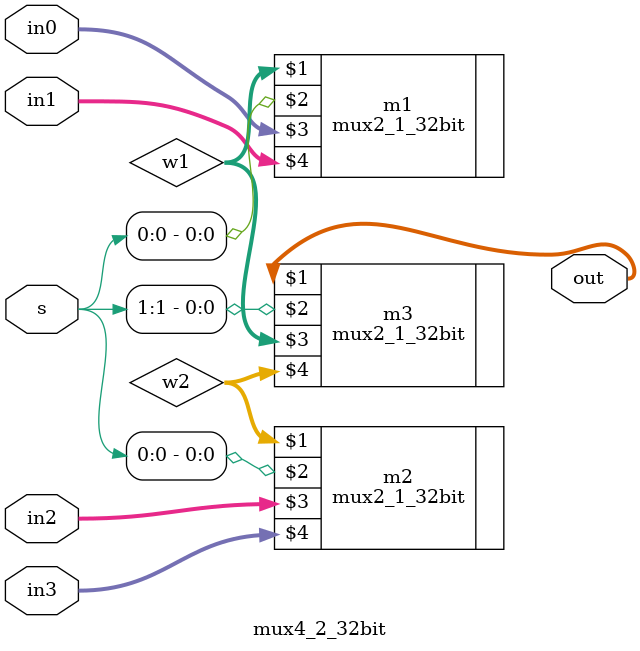
<source format=v>
module mux4_2_32bit(out, s, in0, in1,in2,in3);
	input[31:0] in0, in1,in2, in3;
	output[31:0] out;
	input[1:0] s;
	
	wire[31:0] w1,w2;
	
	mux2_1_32bit m1 ( w1, s[0], in0,in1);
	mux2_1_32bit m2 ( w2, s[0], in2,in3);
	
	mux2_1_32bit m3 ( out, s[1], w1, w2);
	
endmodule 
</source>
